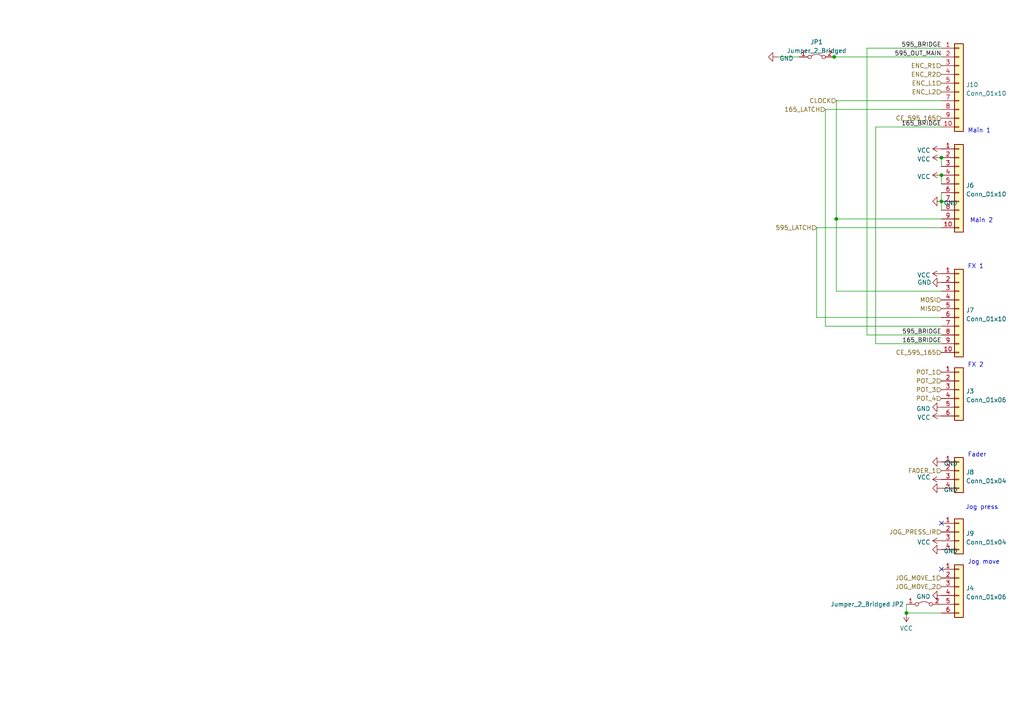
<source format=kicad_sch>
(kicad_sch (version 20230121) (generator eeschema)
  (paper "A4")
  (lib_symbols
    (symbol "Connector_Generic:Conn_01x04" (pin_names (offset 1.016) hide)
      (property "Reference" "J" (at 0 5.08 0))
      (property "Value" "Conn_01x04" (at 0 -7.62 0))
      (symbol "Conn_01x04_1_1"
        (rectangle (start -1.27 -4.953) (end 0 -5.207) (stroke (width 0.1524)))
        (rectangle (start -1.27 -2.413) (end 0 -2.667) (stroke (width 0.1524)))
        (rectangle (start -1.27 0.127) (end 0 -0.127) (stroke (width 0.1524)))
        (rectangle (start -1.27 2.667) (end 0 2.413) (stroke (width 0.1524)))
        (rectangle (start -1.27 3.81) (end 1.27 -6.35) (stroke (width 0.254)) (fill (type background)))
        (pin passive line (at -5.08 2.54 0) (length 3.81) (name "Pin_1") (number "1"))
        (pin passive line (at -5.08 0 0) (length 3.81) (name "Pin_2") (number "2"))
        (pin passive line (at -5.08 -2.54 0) (length 3.81) (name "Pin_3") (number "3"))
        (pin passive line (at -5.08 -5.08 0) (length 3.81) (name "Pin_4") (number "4"))
      )
    )
    (symbol "Connector_Generic:Conn_01x06" (pin_names (offset 1.016) hide)
      (property "Reference" "J" (at 0 7.62 0))
      (property "Value" "Conn_01x06" (at 0 -10.16 0))
      (symbol "Conn_01x06_1_1"
        (rectangle (start -1.27 -7.493) (end 0 -7.747) (stroke (width 0.1524)))
        (rectangle (start -1.27 -4.953) (end 0 -5.207) (stroke (width 0.1524)))
        (rectangle (start -1.27 -2.413) (end 0 -2.667) (stroke (width 0.1524)))
        (rectangle (start -1.27 0.127) (end 0 -0.127) (stroke (width 0.1524)))
        (rectangle (start -1.27 2.667) (end 0 2.413) (stroke (width 0.1524)))
        (rectangle (start -1.27 5.207) (end 0 4.953) (stroke (width 0.1524)))
        (rectangle (start -1.27 6.35) (end 1.27 -8.89) (stroke (width 0.254)) (fill (type background)))
        (pin passive line (at -5.08 5.08 0) (length 3.81) (name "Pin_1") (number "1"))
        (pin passive line (at -5.08 2.54 0) (length 3.81) (name "Pin_2") (number "2"))
        (pin passive line (at -5.08 0 0) (length 3.81) (name "Pin_3") (number "3"))
        (pin passive line (at -5.08 -2.54 0) (length 3.81) (name "Pin_4") (number "4"))
        (pin passive line (at -5.08 -5.08 0) (length 3.81) (name "Pin_5") (number "5"))
        (pin passive line (at -5.08 -7.62 0) (length 3.81) (name "Pin_6") (number "6"))
      )
    )
    (symbol "Connector_Generic:Conn_01x10" (pin_names (offset 1.016) hide)
      (property "Reference" "J" (at 0 12.7 0))
      (property "Value" "Conn_01x10" (at 0 -15.24 0))
      (symbol "Conn_01x10_1_1"
        (rectangle (start -1.27 -12.573) (end 0 -12.827) (stroke (width 0.1524)))
        (rectangle (start -1.27 -10.033) (end 0 -10.287) (stroke (width 0.1524)))
        (rectangle (start -1.27 -7.493) (end 0 -7.747) (stroke (width 0.1524)))
        (rectangle (start -1.27 -4.953) (end 0 -5.207) (stroke (width 0.1524)))
        (rectangle (start -1.27 -2.413) (end 0 -2.667) (stroke (width 0.1524)))
        (rectangle (start -1.27 0.127) (end 0 -0.127) (stroke (width 0.1524)))
        (rectangle (start -1.27 2.667) (end 0 2.413) (stroke (width 0.1524)))
        (rectangle (start -1.27 5.207) (end 0 4.953) (stroke (width 0.1524)))
        (rectangle (start -1.27 7.747) (end 0 7.493) (stroke (width 0.1524)))
        (rectangle (start -1.27 10.287) (end 0 10.033) (stroke (width 0.1524)))
        (rectangle (start -1.27 11.43) (end 1.27 -13.97) (stroke (width 0.254)) (fill (type background)))
        (pin passive line (at -5.08 10.16 0) (length 3.81) (name "Pin_1") (number "1"))
        (pin passive line (at -5.08 -12.7 0) (length 3.81) (name "Pin_10") (number "10"))
        (pin passive line (at -5.08 7.62 0) (length 3.81) (name "Pin_2") (number "2"))
        (pin passive line (at -5.08 5.08 0) (length 3.81) (name "Pin_3") (number "3"))
        (pin passive line (at -5.08 2.54 0) (length 3.81) (name "Pin_4") (number "4"))
        (pin passive line (at -5.08 0 0) (length 3.81) (name "Pin_5") (number "5"))
        (pin passive line (at -5.08 -2.54 0) (length 3.81) (name "Pin_6") (number "6"))
        (pin passive line (at -5.08 -5.08 0) (length 3.81) (name "Pin_7") (number "7"))
        (pin passive line (at -5.08 -7.62 0) (length 3.81) (name "Pin_8") (number "8"))
        (pin passive line (at -5.08 -10.16 0) (length 3.81) (name "Pin_9") (number "9"))
      )
    )
    (symbol "Jumper:Jumper_2_Bridged" (pin_names (offset 0) hide)
      (property "Reference" "JP" (at 0 1.905 0))
      (property "Value" "Jumper_2_Bridged" (at 0 -2.54 0))
      (symbol "Jumper_2_Bridged_0_0"
        (circle (center -2.032 0) (radius 0.508))
        (circle (center 2.032 0) (radius 0.508))
      )
      (symbol "Jumper_2_Bridged_0_1"
        (arc (start 1.524 0.254) (mid 0 0.762) (end -1.524 0.254))
      )
      (symbol "Jumper_2_Bridged_1_1"
        (pin passive line (at -5.08 0 0) (length 2.54) (name "A") (number "1"))
        (pin passive line (at 5.08 0 180) (length 2.54) (name "B") (number "2"))
      )
    )
    (symbol "power:GND" (power) (pin_names (offset 0))
      (property "Value" "GND" (at 0 -3.81 0))
      (symbol "GND_0_1"
        (polyline (pts (xy 0 0) (xy 0 -1.27) (xy 1.27 -1.27) (xy 0 -2.54) (xy -1.27 -1.27) (xy 0 -1.27)))
      )
      (symbol "GND_1_1"
        (pin power_in line (at 0 0 270) (length 0) hide (name "GND") (number "1"))
      )
    )
    (symbol "power:VCC" (power) (pin_names (offset 0))
      (property "Value" "VCC" (at 0 3.81 0))
      (symbol "VCC_0_1"
        (polyline (pts (xy -0.762 1.27) (xy 0 2.54)))
        (polyline (pts (xy 0 0) (xy 0 2.54)))
        (polyline (pts (xy 0 2.54) (xy 0.762 1.27)))
      )
      (symbol "VCC_1_1"
        (pin power_in line (at 0 0 90) (length 0) hide (name "VCC") (number "1"))
      )
    )
  )
  (junction (at 273.05 50.8))
  (junction (at 262.89 177.8))
  (junction (at 273.05 45.72))
  (junction (at 273.05 58.42))
  (junction (at 241.935 16.51))
  (junction (at 242.57 63.5))
  (no_connect (at 273.05 165.1))
  (no_connect (at 273.05 151.765))
  (wire (pts (xy 241.935 63.5) (xy 242.57 63.5)))
  (wire (pts (xy 242.57 84.455) (xy 273.05 84.455)))
  (wire (pts (xy 262.89 177.8) (xy 273.05 177.8)))
  (wire (pts (xy 273.05 53.34) (xy 273.05 50.8)))
  (wire (pts (xy 273.05 13.97) (xy 251.46 13.97)))
  (wire (pts (xy 236.855 66.04) (xy 273.05 66.04)))
  (wire (pts (xy 231.775 16.51) (xy 225.425 16.51)))
  (wire (pts (xy 239.395 31.75) (xy 239.395 94.615)))
  (wire (pts (xy 242.57 29.21) (xy 242.57 63.5)))
  (wire (pts (xy 239.395 94.615) (xy 273.05 94.615)))
  (wire (pts (xy 273.05 55.88) (xy 273.05 58.42)))
  (wire (pts (xy 236.855 66.04) (xy 236.855 92.075)))
  (wire (pts (xy 273.05 31.75) (xy 239.395 31.75)))
  (wire (pts (xy 273.05 58.42) (xy 273.05 60.96)))
  (wire (pts (xy 254 99.695) (xy 273.05 99.695)))
  (wire (pts (xy 251.46 13.97) (xy 251.46 97.155)))
  (wire (pts (xy 242.57 29.21) (xy 273.05 29.21)))
  (wire (pts (xy 251.46 97.155) (xy 273.05 97.155)))
  (wire (pts (xy 273.05 36.83) (xy 254 36.83)))
  (wire (pts (xy 241.3 16.51) (xy 241.935 16.51)))
  (wire (pts (xy 241.935 16.51) (xy 273.05 16.51)))
  (wire (pts (xy 273.05 45.72) (xy 273.05 48.26)))
  (wire (pts (xy 242.57 63.5) (xy 242.57 84.455)))
  (wire (pts (xy 236.855 92.075) (xy 273.05 92.075)))
  (wire (pts (xy 262.89 175.26) (xy 262.89 177.8)))
  (wire (pts (xy 242.57 63.5) (xy 273.05 63.5)))
  (wire (pts (xy 254 36.83) (xy 254 99.695)))
  (text "Main 1" (at 280.67 38.735 0) (effects (font (size 1.27 1.27)) (justify left bottom)))
  (text "FX 1" (at 280.67 78.105 0) (effects (font (size 1.27 1.27)) (justify left bottom)))
  (text "Fader" (at 280.67 132.715 0) (effects (font (size 1.27 1.27)) (justify left bottom)))
  (text "Jog press" (at 280.035 147.955 0) (effects (font (size 1.27 1.27)) (justify left bottom)))
  (text "FX 2" (at 280.67 106.68 0) (effects (font (size 1.27 1.27)) (justify left bottom)))
  (text "Jog move" (at 280.67 163.83 0) (effects (font (size 1.27 1.27)) (justify left bottom)))
  (text "Main 2" (at 281.305 64.77 0) (effects (font (size 1.27 1.27)) (justify left bottom)))
  (label "595_OUT_MAIN" (at 273.05 16.51 180) (effects (font (size 1.2446 1.2446))))
  (label "165_BRIDGE" (at 273.05 36.83 180))
  (label "595_BRIDGE" (at 273.05 97.155 180) (effects (font (size 1.2446 1.2446))))
  (label "165_BRIDGE" (at 273.05 99.695 180) (effects (font (size 1.2446 1.2446))))
  (label "595_BRIDGE" (at 273.05 13.97 180))
  (hierarchical_label "ENC_L2" (shape input) (at 273.05 26.67 180))
  (hierarchical_label "JOG_MOVE_2" (shape input) (at 273.05 170.18 180))
  (hierarchical_label "MISO" (shape input) (at 273.05 89.535 180))
  (hierarchical_label "CLOCK" (shape input) (at 242.57 29.21 180))
  (hierarchical_label "POT_4" (shape input) (at 273.05 115.57 180))
  (hierarchical_label "POT_3" (shape input) (at 273.05 113.03 180))
  (hierarchical_label "ENC_R1" (shape input) (at 273.05 19.05 180))
  (hierarchical_label "FADER_1" (shape input) (at 273.05 136.525 180))
  (hierarchical_label "CE_595_165" (shape input) (at 273.05 102.235 180))
  (hierarchical_label "JOG_MOVE_1" (shape input) (at 273.05 167.64 180))
  (hierarchical_label "MOSI" (shape input) (at 273.05 86.995 180))
  (hierarchical_label "POT_2" (shape input) (at 273.05 110.49 180))
  (hierarchical_label "ENC_L1" (shape input) (at 273.05 24.13 180))
  (hierarchical_label "CE_595_165" (shape input) (at 273.05 34.29 180))
  (hierarchical_label "165_LATCH" (shape input) (at 239.395 31.75 180))
  (hierarchical_label "POT_1" (shape input) (at 273.05 107.95 180))
  (hierarchical_label "JOG_PRESS_IR" (shape input) (at 273.05 154.305 180))
  (hierarchical_label "595_LATCH" (shape input) (at 236.855 66.04 180))
  (hierarchical_label "ENC_R2" (shape input) (at 273.05 21.59 180))
  (symbol (lib_id "Connector_Generic:Conn_01x06") (at 278.13 113.03 0) (unit 1)
    (property "Reference" "J3" (at 280.162 113.4653 0) (effects (justify left)))
    (property "Value" "Conn_01x06" (at 280.162 116.0022 0) (effects (justify left)))
    (property "Footprint" "Connector_Molex:Molex_PicoBlade_53048-0610_1x06_P1.25mm_Horizontal" (effects hide))
  )
  (symbol (lib_id "power:VCC") (at 273.05 79.375 90) (unit 1)
    (property "Reference" "#PWR033" (effects hide))
    (property "Value" "VCC" (at 269.875 79.8088 90) (effects (justify left)))
  )
  (symbol (lib_id "power:VCC") (at 273.05 156.845 90) (unit 1)
    (property "Reference" "#PWR038" (effects hide))
    (property "Value" "VCC" (at 269.875 157.2788 90) (effects (justify left)))
  )
  (symbol (lib_id "Connector_Generic:Conn_01x04") (at 278.13 154.305 0) (unit 1)
    (property "Reference" "J9" (at 280.162 154.7403 0) (effects (justify left)))
    (property "Value" "Conn_01x04" (at 280.162 157.2772 0) (effects (justify left)))
    (property "Footprint" "Connector_Molex:Molex_PicoBlade_53048-0410_1x04_P1.25mm_Horizontal" (effects hide))
    (instances (project "brain" (path "" (reference "J9") (unit 1)) (path "" (reference "J8") (unit 1))))
  )
  (symbol (lib_id "Connector_Generic:Conn_01x10") (at 278.13 24.13 0) (unit 1)
    (property "Reference" "J10" (at 280.162 24.5653 0) (effects (justify left)))
    (property "Value" "Conn_01x10" (at 280.162 27.1022 0) (effects (justify left)))
    (property "Footprint" "Connector_Molex:Molex_PicoBlade_53048-1010_1x10_P1.25mm_Horizontal" (effects hide))
    (instances (project "brain" (path "" (reference "J10") (unit 1)) (path "" (reference "J9") (unit 1))))
  )
  (symbol (lib_id "power:GND") (at 273.05 118.11 270) (unit 1)
    (property "Reference" "#PWR024" (effects hide))
    (property "Value" "GND" (at 269.8751 118.5438 90) (effects (justify right)))
  )
  (symbol (lib_id "power:VCC") (at 273.05 139.065 90) (unit 1)
    (property "Reference" "#PWR036" (effects hide))
    (property "Value" "VCC" (at 269.875 138.43 90) (effects (justify left)))
  )
  (symbol (lib_id "power:VCC") (at 273.05 120.65 90) (unit 1)
    (property "Reference" "#PWR025" (effects hide))
    (property "Value" "VCC" (at 269.875 121.0838 90) (effects (justify left)))
  )
  (symbol (lib_id "Connector_Generic:Conn_01x10") (at 278.13 53.34 0) (unit 1)
    (property "Reference" "J6" (at 280.162 53.7753 0) (effects (justify left)))
    (property "Value" "Conn_01x10" (at 280.162 56.3122 0) (effects (justify left)))
    (property "Footprint" "Connector_Molex:Molex_PicoBlade_53048-1010_1x10_P1.25mm_Horizontal" (effects hide))
    (instances (project "brain" (path "" (reference "J6") (unit 1)) (path "" (reference "J5") (unit 1))))
  )
  (symbol (lib_id "power:GND") (at 273.05 81.915 270) (unit 1)
    (property "Reference" "#PWR034" (effects hide))
    (property "Value" "GND" (at 266.065 81.915 90) (effects (justify left)))
  )
  (symbol (lib_id "power:GND") (at 273.05 58.42 270) (unit 1)
    (property "Reference" "#PWR032" (effects hide))
    (property "Value" "GND" (at 273.685 58.8538 90) (effects (justify left)))
  )
  (symbol (lib_id "power:GND") (at 273.05 141.605 270) (unit 1)
    (property "Reference" "#PWR037" (effects hide))
    (property "Value" "GND" (at 273.685 142.0388 90) (effects (justify left)))
  )
  (symbol (lib_id "power:VCC") (at 273.05 50.8 90) (unit 1)
    (property "Reference" "#PWR031" (effects hide))
    (property "Value" "VCC" (at 269.875 51.2338 90) (effects (justify left)))
  )
  (symbol (lib_id "power:GND") (at 273.05 133.985 270) (unit 1)
    (property "Reference" "#PWR035" (effects hide))
    (property "Value" "GND" (at 273.685 134.4188 90) (effects (justify left)))
  )
  (symbol (lib_id "Connector_Generic:Conn_01x04") (at 278.13 136.525 0) (unit 1)
    (property "Reference" "J8" (at 280.162 136.9603 0) (effects (justify left)))
    (property "Value" "Conn_01x04" (at 280.162 139.4972 0) (effects (justify left)))
    (property "Footprint" "Connector_Molex:Molex_PicoBlade_53048-0410_1x04_P1.25mm_Horizontal" (effects hide))
    (instances (project "brain" (path "" (reference "J8") (unit 1)) (path "" (reference "J7") (unit 1))))
  )
  (symbol (lib_id "Connector_Generic:Conn_01x06") (at 278.13 170.18 0) (unit 1)
    (property "Reference" "J4" (at 280.162 170.6153 0) (effects (justify left)))
    (property "Value" "Conn_01x06" (at 280.162 173.1522 0) (effects (justify left)))
    (property "Footprint" "Connector_Molex:Molex_PicoBlade_53048-0610_1x06_P1.25mm_Horizontal" (effects hide))
  )
  (symbol (lib_id "power:GND") (at 273.05 159.385 270) (unit 1)
    (property "Reference" "#PWR039" (effects hide))
    (property "Value" "GND" (at 273.685 159.8188 90) (effects (justify left)))
  )
  (symbol (lib_id "power:VCC") (at 273.05 43.18 90) (unit 1)
    (property "Reference" "#PWR029" (effects hide))
    (property "Value" "VCC" (at 269.875 43.6138 90) (effects (justify left)))
  )
  (symbol (lib_id "power:GND") (at 225.425 16.51 270) (unit 1)
    (property "Reference" "#PWR021" (effects hide))
    (property "Value" "GND" (at 226.06 16.9438 90) (effects (justify left)))
  )
  (symbol (lib_id "power:VCC") (at 273.05 45.72 90) (unit 1)
    (property "Reference" "#PWR030" (effects hide))
    (property "Value" "VCC" (at 269.875 46.1538 90) (effects (justify left)))
  )
  (symbol (lib_id "power:GND") (at 273.05 172.72 270) (unit 1)
    (property "Reference" "#PWR023" (effects hide))
    (property "Value" "GND" (at 269.8751 173.0368 90) (effects (justify right)))
  )
  (symbol (lib_id "Jumper:Jumper_2_Bridged") (at 236.855 16.51 0) (unit 1)
    (property "Reference" "JP1" (at 236.855 12.1752 0))
    (property "Value" "Jumper_2_Bridged" (at 236.855 14.7121 0))
    (property "Footprint" "Resistor_SMD:R_0805_2012Metric_Pad1.20x1.40mm_HandSolder" (effects hide))
  )
  (symbol (lib_id "Jumper:Jumper_2_Bridged") (at 267.97 175.26 0) (unit 1)
    (property "Reference" "JP2" (at 260.35 175.26 0))
    (property "Value" "Jumper_2_Bridged" (at 249.555 175.26 0))
    (property "Footprint" "Resistor_SMD:R_0805_2012Metric_Pad1.20x1.40mm_HandSolder" (effects hide))
  )
  (symbol (lib_id "Connector_Generic:Conn_01x10") (at 278.13 89.535 0) (unit 1)
    (property "Reference" "J7" (at 280.162 89.9703 0) (effects (justify left)))
    (property "Value" "Conn_01x10" (at 280.162 92.5072 0) (effects (justify left)))
    (property "Footprint" "Connector_Molex:Molex_PicoBlade_53048-1010_1x10_P1.25mm_Horizontal" (effects hide))
    (instances (project "brain" (path "" (reference "J7") (unit 1)) (path "" (reference "J6") (unit 1))))
  )
  (symbol (lib_id "power:VCC") (at 262.89 177.8 180) (unit 1)
    (property "Reference" "#PWR022" (effects hide))
    (property "Value" "VCC" (at 262.89 182.2434 0))
  )
)
</source>
